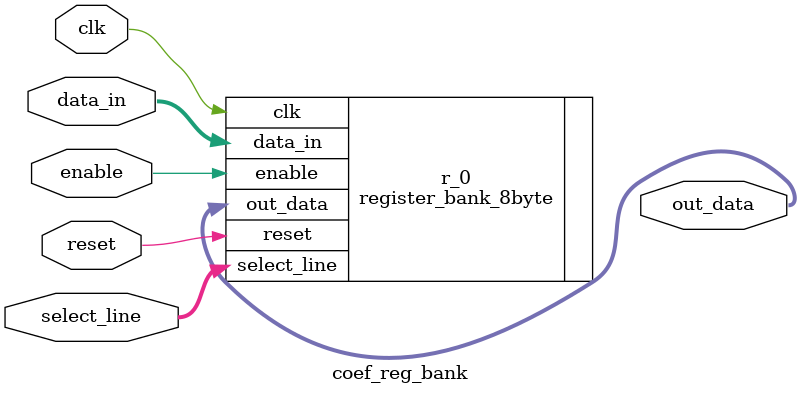
<source format=v>
`include "register_bank_8byte.v"
`define low_val 1'b0
`define bank_depth 8
`define data_width 8
`define select 3


module coef_reg_bank
                    ( input clk, 
                      input reset,
                      input enable,
                      input [`select -1 : 0] select_line, 
                      input [`data_width-1:0] data_in,
                      output [`bank_depth-1:0]out_data
                    );


// module instantiation

register_bank_8byte r_0
                    ( .clk(clk),
                      .reset(reset),
                      .enable(enable),
                      .select_line(select_line), 
                      .data_in(data_in),
                      .out_data(out_data)
                    );


endmodule
</source>
